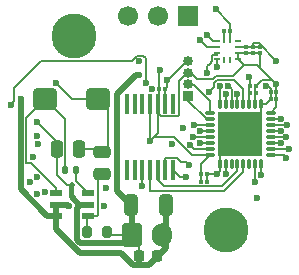
<source format=gbl>
G04 #@! TF.GenerationSoftware,KiCad,Pcbnew,9.0.4*
G04 #@! TF.CreationDate,2025-10-13T14:39:45-04:00*
G04 #@! TF.ProjectId,bldc motor controller,626c6463-206d-46f7-946f-7220636f6e74,rev?*
G04 #@! TF.SameCoordinates,Original*
G04 #@! TF.FileFunction,Copper,L6,Bot*
G04 #@! TF.FilePolarity,Positive*
%FSLAX46Y46*%
G04 Gerber Fmt 4.6, Leading zero omitted, Abs format (unit mm)*
G04 Created by KiCad (PCBNEW 9.0.4) date 2025-10-13 14:39:45*
%MOMM*%
%LPD*%
G01*
G04 APERTURE LIST*
G04 Aperture macros list*
%AMRoundRect*
0 Rectangle with rounded corners*
0 $1 Rounding radius*
0 $2 $3 $4 $5 $6 $7 $8 $9 X,Y pos of 4 corners*
0 Add a 4 corners polygon primitive as box body*
4,1,4,$2,$3,$4,$5,$6,$7,$8,$9,$2,$3,0*
0 Add four circle primitives for the rounded corners*
1,1,$1+$1,$2,$3*
1,1,$1+$1,$4,$5*
1,1,$1+$1,$6,$7*
1,1,$1+$1,$8,$9*
0 Add four rect primitives between the rounded corners*
20,1,$1+$1,$2,$3,$4,$5,0*
20,1,$1+$1,$4,$5,$6,$7,0*
20,1,$1+$1,$6,$7,$8,$9,0*
20,1,$1+$1,$8,$9,$2,$3,0*%
G04 Aperture macros list end*
G04 #@! TA.AperFunction,EtchedComponent*
%ADD10C,0.000000*%
G04 #@! TD*
G04 #@! TA.AperFunction,SMDPad,CuDef*
%ADD11C,0.500000*%
G04 #@! TD*
G04 #@! TA.AperFunction,ComponentPad*
%ADD12R,0.850000X0.850000*%
G04 #@! TD*
G04 #@! TA.AperFunction,ComponentPad*
%ADD13C,0.850000*%
G04 #@! TD*
G04 #@! TA.AperFunction,ComponentPad*
%ADD14RoundRect,0.250000X-0.600000X-0.750000X0.600000X-0.750000X0.600000X0.750000X-0.600000X0.750000X0*%
G04 #@! TD*
G04 #@! TA.AperFunction,ComponentPad*
%ADD15O,1.700000X2.000000*%
G04 #@! TD*
G04 #@! TA.AperFunction,ComponentPad*
%ADD16R,1.700000X1.700000*%
G04 #@! TD*
G04 #@! TA.AperFunction,ComponentPad*
%ADD17C,1.700000*%
G04 #@! TD*
G04 #@! TA.AperFunction,ComponentPad*
%ADD18C,3.800000*%
G04 #@! TD*
G04 #@! TA.AperFunction,SMDPad,CuDef*
%ADD19RoundRect,0.075000X-0.125000X-0.075000X0.125000X-0.075000X0.125000X0.075000X-0.125000X0.075000X0*%
G04 #@! TD*
G04 #@! TA.AperFunction,SMDPad,CuDef*
%ADD20RoundRect,0.225000X0.225000X0.250000X-0.225000X0.250000X-0.225000X-0.250000X0.225000X-0.250000X0*%
G04 #@! TD*
G04 #@! TA.AperFunction,SMDPad,CuDef*
%ADD21RoundRect,0.075000X0.125000X0.075000X-0.125000X0.075000X-0.125000X-0.075000X0.125000X-0.075000X0*%
G04 #@! TD*
G04 #@! TA.AperFunction,SMDPad,CuDef*
%ADD22RoundRect,0.075000X0.075000X-0.125000X0.075000X0.125000X-0.075000X0.125000X-0.075000X-0.125000X0*%
G04 #@! TD*
G04 #@! TA.AperFunction,SMDPad,CuDef*
%ADD23RoundRect,0.250000X-0.750000X-0.650000X0.750000X-0.650000X0.750000X0.650000X-0.750000X0.650000X0*%
G04 #@! TD*
G04 #@! TA.AperFunction,SMDPad,CuDef*
%ADD24R,0.500000X0.280000*%
G04 #@! TD*
G04 #@! TA.AperFunction,SMDPad,CuDef*
%ADD25R,0.280000X0.500000*%
G04 #@! TD*
G04 #@! TA.AperFunction,SMDPad,CuDef*
%ADD26R,0.400000X1.700000*%
G04 #@! TD*
G04 #@! TA.AperFunction,SMDPad,CuDef*
%ADD27O,0.900000X0.280000*%
G04 #@! TD*
G04 #@! TA.AperFunction,SMDPad,CuDef*
%ADD28O,0.280000X0.900000*%
G04 #@! TD*
G04 #@! TA.AperFunction,SMDPad,CuDef*
%ADD29R,3.700000X3.700000*%
G04 #@! TD*
G04 #@! TA.AperFunction,SMDPad,CuDef*
%ADD30R,1.100000X0.600000*%
G04 #@! TD*
G04 #@! TA.AperFunction,SMDPad,CuDef*
%ADD31RoundRect,0.200000X-0.200000X-0.275000X0.200000X-0.275000X0.200000X0.275000X-0.200000X0.275000X0*%
G04 #@! TD*
G04 #@! TA.AperFunction,SMDPad,CuDef*
%ADD32RoundRect,0.140000X-0.140000X-0.170000X0.140000X-0.170000X0.140000X0.170000X-0.140000X0.170000X0*%
G04 #@! TD*
G04 #@! TA.AperFunction,SMDPad,CuDef*
%ADD33RoundRect,0.250000X-0.475000X0.250000X-0.475000X-0.250000X0.475000X-0.250000X0.475000X0.250000X0*%
G04 #@! TD*
G04 #@! TA.AperFunction,SMDPad,CuDef*
%ADD34RoundRect,0.250000X0.250000X0.475000X-0.250000X0.475000X-0.250000X-0.475000X0.250000X-0.475000X0*%
G04 #@! TD*
G04 #@! TA.AperFunction,SMDPad,CuDef*
%ADD35RoundRect,0.250000X0.325000X0.650000X-0.325000X0.650000X-0.325000X-0.650000X0.325000X-0.650000X0*%
G04 #@! TD*
G04 #@! TA.AperFunction,ViaPad*
%ADD36C,0.600000*%
G04 #@! TD*
G04 #@! TA.AperFunction,Conductor*
%ADD37C,0.200000*%
G04 #@! TD*
G04 #@! TA.AperFunction,Conductor*
%ADD38C,0.500000*%
G04 #@! TD*
G04 APERTURE END LIST*
D10*
G04 #@! TA.AperFunction,EtchedComponent*
G04 #@! TO.C,NT1*
G36*
X136000000Y-93550000D02*
G01*
X135500000Y-93550000D01*
X135500000Y-92550000D01*
X136000000Y-92550000D01*
X136000000Y-93550000D01*
G37*
G04 #@! TD.AperFunction*
G04 #@! TD*
D11*
G04 #@! TO.P,NT1,1,1*
G04 #@! TO.N,-BATT*
X135750000Y-93550000D03*
G04 #@! TO.P,NT1,2,2*
G04 #@! TO.N,TI_AGND*
X135750000Y-92550000D03*
G04 #@! TD*
D12*
G04 #@! TO.P,J1,1,Pin_1*
G04 #@! TO.N,UART_TX*
X145600000Y-85000000D03*
D13*
G04 #@! TO.P,J1,2,Pin_2*
G04 #@! TO.N,UART_RX*
X145600000Y-84000000D03*
G04 #@! TO.P,J1,3,Pin_3*
G04 #@! TO.N,TI_VREF*
X145600000Y-83000000D03*
G04 #@! TO.P,J1,4,Pin_4*
G04 #@! TO.N,TI_AGND*
X145600000Y-82000000D03*
G04 #@! TD*
D14*
G04 #@! TO.P,-BAT+1,1,1*
G04 #@! TO.N,-BATT*
X140900000Y-96750000D03*
D15*
G04 #@! TO.P,-BAT+1,2,2*
G04 #@! TO.N,+BATT*
X143400000Y-96750000D03*
G04 #@! TD*
D16*
G04 #@! TO.P,U8,1,1*
G04 #@! TO.N,PHASE-A*
X145590000Y-78200000D03*
D17*
G04 #@! TO.P,U8,2,2*
G04 #@! TO.N,PHASE-B*
X143050000Y-78200000D03*
G04 #@! TO.P,U8,3,3*
G04 #@! TO.N,PHASE-C*
X140510000Y-78200000D03*
G04 #@! TD*
D18*
G04 #@! TO.P,M2,1*
G04 #@! TO.N,N/C*
X136000000Y-79900000D03*
G04 #@! TD*
G04 #@! TO.P,M2,1*
G04 #@! TO.N,N/C*
X148850000Y-96300000D03*
G04 #@! TD*
D19*
G04 #@! TO.P,C13,1*
G04 #@! TO.N,TI_AGND*
X150850000Y-84100000D03*
G04 #@! TO.P,C13,2*
G04 #@! TO.N,TI_VREF*
X151350000Y-84100000D03*
G04 #@! TD*
D20*
G04 #@! TO.P,C9,1*
G04 #@! TO.N,+BATT*
X142975000Y-98500000D03*
G04 #@! TO.P,C9,2*
G04 #@! TO.N,-BATT*
X141425000Y-98500000D03*
G04 #@! TD*
D21*
G04 #@! TO.P,C16,1*
G04 #@! TO.N,TI_AGND*
X147200000Y-91600000D03*
G04 #@! TO.P,C16,2*
G04 #@! TO.N,TI_VREF*
X146700000Y-91600000D03*
G04 #@! TD*
D19*
G04 #@! TO.P,C20,1*
G04 #@! TO.N,Net-(U6-C1)*
X148700000Y-79475000D03*
G04 #@! TO.P,C20,2*
G04 #@! TO.N,TI_AGND*
X149200000Y-79475000D03*
G04 #@! TD*
D22*
G04 #@! TO.P,C23,1*
G04 #@! TO.N,TI_VREF*
X151100000Y-81325000D03*
G04 #@! TO.P,C23,2*
G04 #@! TO.N,TI_AGND*
X151100000Y-80825000D03*
G04 #@! TD*
D23*
G04 #@! TO.P,L1,1,1*
G04 #@! TO.N,Net-(U4-SW)*
X133500000Y-85250000D03*
G04 #@! TO.P,L1,2,2*
G04 #@! TO.N,TI_VREF*
X138000000Y-85250000D03*
G04 #@! TD*
D24*
G04 #@! TO.P,U6,1,SCL/SPC*
G04 #@! TO.N,SCL1*
X148075000Y-81825000D03*
G04 #@! TO.P,U6,2,CS_XL*
G04 #@! TO.N,ENAB_XL*
X148075000Y-81325000D03*
G04 #@! TO.P,U6,3,CS_MAG*
G04 #@! TO.N,ENAB_MAG*
X148075000Y-80825000D03*
G04 #@! TO.P,U6,4,SDA/SDI/SDO*
G04 #@! TO.N,SDA1*
X148075000Y-80325000D03*
D25*
G04 #@! TO.P,U6,5,C1*
G04 #@! TO.N,Net-(U6-C1)*
X148700000Y-80200000D03*
G04 #@! TO.P,U6,6,GND*
G04 #@! TO.N,TI_AGND*
X149200000Y-80200000D03*
D24*
G04 #@! TO.P,U6,7,INT_MAG/DRDY*
G04 #@! TO.N,unconnected-(U6-INT_MAG{slash}DRDY-Pad7)*
X149825000Y-80325000D03*
G04 #@! TO.P,U6,8,GND*
G04 #@! TO.N,TI_AGND*
X149825000Y-80825000D03*
G04 #@! TO.P,U6,9,Vdd*
G04 #@! TO.N,TI_VREF*
X149825000Y-81325000D03*
G04 #@! TO.P,U6,10,Vdd_IO*
X149825000Y-81825000D03*
D25*
G04 #@! TO.P,U6,11,INT_2_XL*
G04 #@! TO.N,unconnected-(U6-INT_2_XL-Pad11)*
X149200000Y-81950000D03*
G04 #@! TO.P,U6,12,INT_1_XL*
G04 #@! TO.N,unconnected-(U6-INT_1_XL-Pad12)*
X148700000Y-81950000D03*
G04 #@! TD*
D26*
G04 #@! TO.P,U5,1,CSn*
G04 #@! TO.N,NSS1*
X144350000Y-91250000D03*
G04 #@! TO.P,U5,2,CLK*
G04 #@! TO.N,SCK1*
X143700000Y-91250000D03*
G04 #@! TO.P,U5,3,MISO*
G04 #@! TO.N,MISO1*
X143050000Y-91250000D03*
G04 #@! TO.P,U5,4,MOSI*
G04 #@! TO.N,MOSI1*
X142400000Y-91250000D03*
G04 #@! TO.P,U5,5,TEST*
G04 #@! TO.N,TI_AGND*
X141750000Y-91250000D03*
G04 #@! TO.P,U5,6,B*
G04 #@! TO.N,unconnected-(U5-B-Pad6)*
X141100000Y-91250000D03*
G04 #@! TO.P,U5,7,A*
G04 #@! TO.N,unconnected-(U5-A-Pad7)*
X140450000Y-91250000D03*
G04 #@! TO.P,U5,8,W/PWM*
G04 #@! TO.N,unconnected-(U5-W{slash}PWM-Pad8)*
X140450000Y-85650000D03*
G04 #@! TO.P,U5,9,V*
G04 #@! TO.N,unconnected-(U5-V-Pad9)*
X141100000Y-85650000D03*
G04 #@! TO.P,U5,10,U*
G04 #@! TO.N,unconnected-(U5-U-Pad10)*
X141750000Y-85650000D03*
G04 #@! TO.P,U5,11,VDD*
G04 #@! TO.N,TI_VREF*
X142400000Y-85650000D03*
G04 #@! TO.P,U5,12,VDD3V*
X143050000Y-85650000D03*
G04 #@! TO.P,U5,13,GND*
G04 #@! TO.N,TI_AGND*
X143700000Y-85650000D03*
G04 #@! TO.P,U5,14,I/PWM*
G04 #@! TO.N,unconnected-(U5-I{slash}PWM-Pad14)*
X144350000Y-85650000D03*
G04 #@! TD*
D21*
G04 #@! TO.P,C17,1*
G04 #@! TO.N,TI_AGND*
X147200000Y-92250000D03*
G04 #@! TO.P,C17,2*
G04 #@! TO.N,TI_VREF*
X146700000Y-92250000D03*
G04 #@! TD*
D19*
G04 #@! TO.P,C14,1*
G04 #@! TO.N,TI_AGND*
X152600000Y-85250000D03*
G04 #@! TO.P,C14,2*
G04 #@! TO.N,TI_VREF*
X153100000Y-85250000D03*
G04 #@! TD*
D22*
G04 #@! TO.P,C21,1*
G04 #@! TO.N,TI_VREF*
X151700000Y-81325000D03*
G04 #@! TO.P,C21,2*
G04 #@! TO.N,TI_AGND*
X151700000Y-80825000D03*
G04 #@! TD*
D27*
G04 #@! TO.P,U3,1,VDD*
G04 #@! TO.N,TI_VREF*
X147499995Y-89950000D03*
G04 #@! TO.P,U3,2,PF0-OSC_IN*
G04 #@! TO.N,TIM1_CH3N*
X147499995Y-89450000D03*
G04 #@! TO.P,U3,3,PF1-OSC_OUT*
G04 #@! TO.N,TI_FAULT*
X147499995Y-88950000D03*
G04 #@! TO.P,U3,4,PG10-NRST*
G04 #@! TO.N,Reset*
X147499995Y-88450000D03*
G04 #@! TO.P,U3,5,PA0*
G04 #@! TO.N,SOA*
X147499995Y-87950000D03*
G04 #@! TO.P,U3,6,PA1*
G04 #@! TO.N,SOB*
X147499995Y-87450000D03*
G04 #@! TO.P,U3,7,PA2*
G04 #@! TO.N,UART_TX*
X147499995Y-86950000D03*
G04 #@! TO.P,U3,8,PA3*
G04 #@! TO.N,UART_RX*
X147499995Y-86450000D03*
D28*
G04 #@! TO.P,U3,9,PA4*
G04 #@! TO.N,NSS1*
X148299995Y-85650000D03*
G04 #@! TO.P,U3,10,PA5*
G04 #@! TO.N,SCK1*
X148799995Y-85650000D03*
G04 #@! TO.P,U3,11,PA6*
G04 #@! TO.N,SOC*
X149299995Y-85650000D03*
G04 #@! TO.P,U3,12,PA7*
G04 #@! TO.N,TIM1_CH1N*
X149799995Y-85650000D03*
G04 #@! TO.P,U3,13,PB0*
G04 #@! TO.N,TIM1_CH2N*
X150299995Y-85650000D03*
G04 #@! TO.P,U3,14,VSSA*
G04 #@! TO.N,TI_AGND*
X150799995Y-85650000D03*
G04 #@! TO.P,U3,15,VDDA*
G04 #@! TO.N,TI_VREF*
X151299995Y-85650000D03*
G04 #@! TO.P,U3,16,VSS*
G04 #@! TO.N,TI_AGND*
X151799995Y-85650000D03*
D27*
G04 #@! TO.P,U3,17,VDD*
G04 #@! TO.N,TI_VREF*
X152599995Y-86450000D03*
G04 #@! TO.P,U3,18,PA8*
G04 #@! TO.N,TIM1_CH1*
X152599995Y-86950000D03*
G04 #@! TO.P,U3,19,PA9*
G04 #@! TO.N,TIM1_CH2*
X152599995Y-87450000D03*
G04 #@! TO.P,U3,20,PA10*
G04 #@! TO.N,TIM1_CH3*
X152599995Y-87950000D03*
G04 #@! TO.P,U3,21,PA11*
G04 #@! TO.N,CAN_RX*
X152599995Y-88450000D03*
G04 #@! TO.P,U3,22,PA12*
G04 #@! TO.N,CAN_TX*
X152599995Y-88950000D03*
G04 #@! TO.P,U3,23,PA13*
G04 #@! TO.N,SCL1*
X152599995Y-89450000D03*
G04 #@! TO.P,U3,24,PA14*
G04 #@! TO.N,SDA1*
X152599995Y-89950000D03*
D28*
G04 #@! TO.P,U3,25,PA15*
G04 #@! TO.N,ENAB_MAG*
X151799995Y-90750000D03*
G04 #@! TO.P,U3,26,PB3*
G04 #@! TO.N,ENAB_XL*
X151299995Y-90750000D03*
G04 #@! TO.P,U3,27,PB4*
G04 #@! TO.N,unconnected-(U3-PB4-Pad27)*
X150799995Y-90750000D03*
G04 #@! TO.P,U3,28,PB5*
G04 #@! TO.N,MOSI1*
X150299995Y-90750000D03*
G04 #@! TO.P,U3,29,PB6*
G04 #@! TO.N,MISO1*
X149799995Y-90750000D03*
G04 #@! TO.P,U3,30,PB7*
G04 #@! TO.N,unconnected-(U3-PB7-Pad30)*
X149299995Y-90750000D03*
G04 #@! TO.P,U3,31,PB8-BOOT0*
G04 #@! TO.N,BOOT0*
X148799995Y-90750000D03*
G04 #@! TO.P,U3,32,VSS*
G04 #@! TO.N,TI_AGND*
X148299995Y-90750000D03*
D29*
G04 #@! TO.P,U3,33,EP*
X150049995Y-88200000D03*
G04 #@! TD*
D30*
G04 #@! TO.P,U4,1,CB*
G04 #@! TO.N,Net-(U4-CB)*
X137150000Y-93214000D03*
G04 #@! TO.P,U4,2,GND*
G04 #@! TO.N,-BATT*
X137150000Y-94164000D03*
G04 #@! TO.P,U4,3,FB*
G04 #@! TO.N,Net-(U4-FB)*
X137150000Y-95114000D03*
G04 #@! TO.P,U4,4,EN*
G04 #@! TO.N,+BATT*
X134450000Y-95114000D03*
G04 #@! TO.P,U4,5,VIN*
X134450000Y-94164000D03*
G04 #@! TO.P,U4,6,SW*
G04 #@! TO.N,Net-(U4-SW)*
X134450000Y-93214000D03*
G04 #@! TD*
D31*
G04 #@! TO.P,R6,1*
G04 #@! TO.N,Net-(U4-FB)*
X137075000Y-96450000D03*
G04 #@! TO.P,R6,2*
G04 #@! TO.N,-BATT*
X138725000Y-96450000D03*
G04 #@! TD*
D22*
G04 #@! TO.P,C22,1*
G04 #@! TO.N,TI_VREF*
X150500000Y-81325000D03*
G04 #@! TO.P,C22,2*
G04 #@! TO.N,TI_AGND*
X150500000Y-80825000D03*
G04 #@! TD*
D32*
G04 #@! TO.P,C11,1*
G04 #@! TO.N,Net-(U4-SW)*
X135170000Y-91200000D03*
G04 #@! TO.P,C11,2*
G04 #@! TO.N,Net-(U4-CB)*
X136130000Y-91200000D03*
G04 #@! TD*
D19*
G04 #@! TO.P,C12,1*
G04 #@! TO.N,TI_AGND*
X150850000Y-84750000D03*
G04 #@! TO.P,C12,2*
G04 #@! TO.N,TI_VREF*
X151350000Y-84750000D03*
G04 #@! TD*
G04 #@! TO.P,C19,1*
G04 #@! TO.N,TI_VREF*
X143150000Y-84400000D03*
G04 #@! TO.P,C19,2*
G04 #@! TO.N,TI_AGND*
X143650000Y-84400000D03*
G04 #@! TD*
D33*
G04 #@! TO.P,R1,1*
G04 #@! TO.N,TI_VREF*
X138300000Y-89700000D03*
G04 #@! TO.P,R1,2*
G04 #@! TO.N,Net-(U4-FB)*
X138300000Y-91600000D03*
G04 #@! TD*
D19*
G04 #@! TO.P,C15,1*
G04 #@! TO.N,TI_AGND*
X152600000Y-84650000D03*
G04 #@! TO.P,C15,2*
G04 #@! TO.N,TI_VREF*
X153100000Y-84650000D03*
G04 #@! TD*
D34*
G04 #@! TO.P,C2,1*
G04 #@! TO.N,TI_VREF*
X136400000Y-89500000D03*
G04 #@! TO.P,C2,2*
G04 #@! TO.N,TI_AGND*
X134500000Y-89500000D03*
G04 #@! TD*
D35*
G04 #@! TO.P,C1,1*
G04 #@! TO.N,+BATT*
X143725000Y-94200000D03*
G04 #@! TO.P,C1,2*
G04 #@! TO.N,-BATT*
X140775000Y-94200000D03*
G04 #@! TD*
D36*
G04 #@! TO.N,+BATT*
X135500000Y-94300000D03*
X141500000Y-82050000D03*
X131446446Y-85196446D03*
G04 #@! TO.N,TI_AGND*
X141746088Y-92560334D03*
X148050000Y-91550000D03*
X153100000Y-82000000D03*
X132950000Y-89050000D03*
X143829103Y-83630224D03*
X152178554Y-84099000D03*
X150800000Y-83400000D03*
X145200000Y-87650000D03*
X132850000Y-87200000D03*
X148000000Y-77650000D03*
G04 #@! TO.N,TI_VREF*
X142393614Y-88799279D03*
X143200000Y-82750000D03*
X153100000Y-84000000D03*
X151450000Y-93600000D03*
X134450000Y-83900000D03*
G04 #@! TO.N,I-LIMIT*
X142550000Y-84399998D03*
X132850000Y-88350000D03*
G04 #@! TO.N,TI_AVDD*
X142055022Y-83905023D03*
X130600000Y-85700000D03*
G04 #@! TO.N,Reset*
X146050000Y-88450000D03*
G04 #@! TO.N,SOA*
X146650000Y-87950000D03*
G04 #@! TO.N,SOB*
X146155099Y-87454948D03*
G04 #@! TO.N,SOC*
X148999991Y-84103030D03*
X144250000Y-89000000D03*
G04 #@! TO.N,BOOT0*
X148799995Y-91600000D03*
G04 #@! TO.N,TIM1_CH1N*
X132250000Y-92286454D03*
X149799995Y-84800000D03*
G04 #@! TO.N,TIM1_CH1*
X132842186Y-91857815D03*
X153450000Y-86950000D03*
G04 #@! TO.N,TI_FAULT*
X146650000Y-88950000D03*
X132500000Y-90100000D03*
G04 #@! TO.N,TIM1_CH3*
X153450000Y-87950000D03*
X138500000Y-94300000D03*
G04 #@! TO.N,TIM1_CH3N*
X145824293Y-89125707D03*
X138648055Y-92740948D03*
G04 #@! TO.N,TIM1_CH2N*
X147428554Y-84621446D03*
X132800000Y-93300000D03*
G04 #@! TO.N,TIM1_CH2*
X154000000Y-87450000D03*
X133499999Y-93108259D03*
G04 #@! TO.N,SDA1*
X147250000Y-79850000D03*
X153950000Y-90200000D03*
G04 #@! TO.N,NSS1*
X148299995Y-84100000D03*
X145450000Y-91801000D03*
G04 #@! TO.N,SCL1*
X148100000Y-82550000D03*
X154150000Y-89450000D03*
G04 #@! TO.N,ENAB_XL*
X147200000Y-83000000D03*
X151299995Y-92249995D03*
G04 #@! TO.N,SCK1*
X148799995Y-84800000D03*
X145700000Y-90800000D03*
G04 #@! TO.N,CAN_RX*
X153950000Y-88450000D03*
G04 #@! TO.N,ENAB_MAG*
X146659435Y-80225814D03*
X151799995Y-91649995D03*
G04 #@! TO.N,CAN_TX*
X153450000Y-88950000D03*
G04 #@! TO.N,-BATT*
X141500000Y-83200000D03*
G04 #@! TD*
D37*
G04 #@! TO.N,TI_AGND*
X135750000Y-92550000D02*
X135396447Y-92550000D01*
X135396447Y-92550000D02*
X134500000Y-91653553D01*
X134500000Y-91653553D02*
X134500000Y-89500000D01*
D38*
G04 #@! TO.N,-BATT*
X137150000Y-94164000D02*
X136364000Y-94164000D01*
X136364000Y-94164000D02*
X135750000Y-93550000D01*
X141500000Y-83200000D02*
X141199947Y-83200013D01*
X141199947Y-83200013D02*
X139599999Y-84799942D01*
X139599999Y-84799942D02*
X139599979Y-93025008D01*
X139599979Y-93025008D02*
X140900000Y-94325029D01*
X140900000Y-94325029D02*
X140900000Y-96150000D01*
D37*
X140849987Y-96750000D02*
X139025000Y-96750000D01*
X139025000Y-96750000D02*
X138825000Y-96550000D01*
D38*
X136500004Y-97449990D02*
X136250010Y-97199995D01*
X140900000Y-96750000D02*
X140200010Y-97449990D01*
X140200010Y-97449990D02*
X136500004Y-97449990D01*
X136548000Y-94164001D02*
X137150000Y-94164000D01*
X136250010Y-97199995D02*
X136249993Y-94461997D01*
X136249993Y-94461997D02*
X136548000Y-94164001D01*
D37*
G04 #@! TO.N,TI_AGND*
X143829103Y-83630224D02*
X143919768Y-83630207D01*
X143919768Y-83630207D02*
X145549975Y-82000000D01*
G04 #@! TO.N,TI_VREF*
X150350000Y-82350000D02*
X149401999Y-83298000D01*
X149401999Y-83298000D02*
X147967791Y-83297988D01*
X144873981Y-83675992D02*
X144873989Y-86577995D01*
X143050000Y-85975000D02*
X143050017Y-88142900D01*
X144750995Y-86700989D02*
X143299000Y-86700999D01*
X147967791Y-83297988D02*
X147765802Y-83500016D01*
X147765802Y-83500016D02*
X146400016Y-83500016D01*
X146400016Y-83500016D02*
X145900000Y-83000000D01*
X144873989Y-86577995D02*
X144750995Y-86700989D01*
X145500000Y-83049997D02*
X144873981Y-83675992D01*
X143299000Y-86700999D02*
X143050000Y-86451999D01*
X143050017Y-88142900D02*
X142393614Y-88799279D01*
X143050000Y-86451999D02*
X143050000Y-85975000D01*
G04 #@! TO.N,UART_TX*
X147189995Y-86950000D02*
X145600000Y-85360005D01*
X145600000Y-85360005D02*
X145600000Y-85000000D01*
G04 #@! TO.N,Net-(U4-SW)*
X134450000Y-93214000D02*
X134450000Y-92757108D01*
X134450000Y-92757108D02*
X132354332Y-90661440D01*
X132354332Y-90661440D02*
X131897459Y-90661440D01*
X135200000Y-91170000D02*
X135200000Y-86950000D01*
X135200000Y-86950000D02*
X133500000Y-85250000D01*
G04 #@! TO.N,TI_VREF*
X138000000Y-85250000D02*
X135800000Y-85250000D01*
X135800000Y-85250000D02*
X134450000Y-83900000D01*
G04 #@! TO.N,TI_AVDD*
X142042487Y-81793281D02*
X142042487Y-83892488D01*
X142042487Y-83892488D02*
X142055022Y-83905023D01*
G04 #@! TO.N,NSS1*
X148299995Y-84100000D02*
X148299995Y-85650000D01*
G04 #@! TO.N,TIM1_CH2N*
X150299995Y-85650000D02*
X150299995Y-84386065D01*
X150299995Y-84386065D02*
X149512926Y-83598996D01*
X149512926Y-83598996D02*
X148092473Y-83598999D01*
X147798977Y-84250998D02*
X147428554Y-84621446D01*
X148092473Y-83598999D02*
X147799015Y-83892487D01*
X147799015Y-83892487D02*
X147798977Y-84250998D01*
G04 #@! TO.N,NSS1*
X145450000Y-91801000D02*
X144901000Y-91801000D01*
X144901000Y-91801000D02*
X144350000Y-91250000D01*
G04 #@! TO.N,SCK1*
X143700500Y-90199500D02*
X143700999Y-90198998D01*
X143701707Y-90199000D02*
X143700999Y-90198998D01*
X143700000Y-90200707D02*
X143700001Y-90200000D01*
X143700500Y-90199500D02*
X143700001Y-90200000D01*
G04 #@! TO.N,ENAB_XL*
X147437000Y-82234268D02*
X147623990Y-82047264D01*
G04 #@! TO.N,MISO1*
X143050000Y-92051999D02*
X143599000Y-92600999D01*
G04 #@! TO.N,SOB*
X146163545Y-87450000D02*
X146160039Y-87449982D01*
G04 #@! TO.N,TI_AVDD*
X141798190Y-81549006D02*
X142042487Y-81793281D01*
G04 #@! TO.N,TI_VREF*
X142400000Y-88788377D02*
X142399994Y-88792890D01*
X142396807Y-88796086D02*
X142399994Y-88792890D01*
X149824985Y-81825005D02*
X149825000Y-81325001D01*
X143150000Y-82835355D02*
X143149753Y-82822723D01*
X143146761Y-82810447D02*
X143149753Y-82822723D01*
G04 #@! TO.N,TI_AGND*
X141748044Y-92301956D02*
X141746098Y-92303916D01*
X141746088Y-92306678D02*
X141746098Y-92303916D01*
X151100000Y-80525000D02*
X151100000Y-80824999D01*
X151100000Y-80525000D02*
X151100001Y-80825000D01*
X141750000Y-92297233D02*
X141750003Y-92300001D01*
X141748044Y-92301956D02*
X141750003Y-92300001D01*
X152199993Y-85649983D02*
X151799999Y-85650003D01*
D38*
G04 #@! TO.N,+BATT*
X140955180Y-99325995D02*
X142273992Y-99325984D01*
X131446433Y-92867105D02*
X131446446Y-85196446D01*
X135363994Y-94164014D02*
X134450000Y-94164001D01*
X134266000Y-95114000D02*
X134082000Y-95114000D01*
X143725000Y-97031250D02*
X143724986Y-97874994D01*
X143725000Y-96281250D02*
X143725000Y-96000000D01*
X139929180Y-98299995D02*
X140955180Y-99325995D01*
X135500000Y-94300000D02*
X135363994Y-94164014D01*
X142273992Y-99325984D02*
X143724986Y-97874994D01*
X133693351Y-95113988D02*
X134266000Y-95114000D01*
X143725000Y-95250000D02*
X143725000Y-96000000D01*
X131446433Y-92867105D02*
X133693351Y-95113988D01*
X143725000Y-95250000D02*
X143725000Y-94200000D01*
X139929180Y-98299995D02*
X136500058Y-98299999D01*
X134449993Y-96249944D02*
X136500058Y-98299999D01*
X134449993Y-96249944D02*
X134450000Y-94164001D01*
D37*
G04 #@! TO.N,TI_AGND*
X151100000Y-80824999D02*
X150687500Y-80825000D01*
X152600000Y-84699263D02*
X152600000Y-84779104D01*
X143829103Y-83630224D02*
X143829101Y-84220896D01*
X151799999Y-85650003D02*
X151799995Y-86450000D01*
X151100000Y-80824999D02*
X151700000Y-80825000D01*
X148299995Y-90015624D02*
X148299995Y-89950000D01*
X148299995Y-91110952D02*
X148299982Y-91299999D01*
X150153125Y-80825000D02*
X150462500Y-80825000D01*
X148299995Y-90212498D02*
X148299995Y-90146873D01*
X143700000Y-85650000D02*
X143700000Y-84450000D01*
X141746088Y-92306678D02*
X141746088Y-92560334D01*
X153100000Y-82000000D02*
X151625003Y-80524991D01*
X150799995Y-85650000D02*
X150799995Y-84150005D01*
X152600000Y-84350000D02*
X152375004Y-84124992D01*
X150153125Y-80825000D02*
X150059375Y-80825000D01*
X148299995Y-91086394D02*
X148299995Y-91110952D01*
X152600000Y-84350000D02*
X152600000Y-84566421D01*
X151100000Y-80525000D02*
X151625003Y-80524991D01*
X148299995Y-90015624D02*
X148299995Y-90146873D01*
X150800000Y-83400000D02*
X150849981Y-83450008D01*
X150687500Y-80825000D02*
X150462500Y-80825000D01*
X148299995Y-90212498D02*
X148299995Y-90474996D01*
X152600000Y-84862682D02*
X152600000Y-84946262D01*
X152600000Y-84779104D02*
X152600000Y-84820893D01*
X149199998Y-78850000D02*
X149200000Y-80200000D01*
X148050000Y-91550000D02*
X148299982Y-91299999D01*
X141750000Y-92297233D02*
X141750000Y-91250000D01*
X150059375Y-80825000D02*
X149965625Y-80825000D01*
X150849981Y-83450008D02*
X150850000Y-84100000D01*
X152204548Y-84125017D02*
X152375004Y-84124992D01*
X143829101Y-84220896D02*
X143650000Y-84400000D01*
X152600000Y-84820893D02*
X152600000Y-84862682D01*
X147225000Y-91575000D02*
X147200000Y-92250000D01*
X132850000Y-87200000D02*
X134500005Y-88849998D01*
X148050000Y-91550000D02*
X147225000Y-91575000D01*
X152599970Y-85249987D02*
X152199993Y-85649983D01*
X152600000Y-84566421D02*
X152600000Y-84699263D01*
X152204548Y-84125017D02*
X152178554Y-84099000D01*
X152599970Y-85249987D02*
X152600000Y-84946262D01*
X149199998Y-78850000D02*
X148000000Y-77650000D01*
X134500005Y-88849998D02*
X134500000Y-89500000D01*
G04 #@! TO.N,TI_VREF*
X146700000Y-91600000D02*
X146700000Y-92006250D01*
X153099989Y-85949990D02*
X152599995Y-86450000D01*
X151550000Y-81325000D02*
X151587500Y-81325000D01*
X146700000Y-92006250D02*
X146700000Y-92168750D01*
X138799929Y-86049942D02*
X138012576Y-85262576D01*
X146700002Y-90749995D02*
X147499995Y-89950000D01*
X153099989Y-85949990D02*
X153100000Y-85556248D01*
X151250000Y-81325000D02*
X151550000Y-81325000D01*
X151250000Y-81325000D02*
X151100000Y-81325000D01*
X151299995Y-85650000D02*
X151299995Y-84150005D01*
X147180000Y-89950000D02*
X145941472Y-89950016D01*
X150153125Y-81325000D02*
X150296875Y-81325000D01*
X153100000Y-85249999D02*
X153100000Y-84775000D01*
X153100000Y-84400000D02*
X153100000Y-84525000D01*
X151450001Y-82349995D02*
X152800000Y-83700000D01*
X143200000Y-82750000D02*
X143199998Y-82757207D01*
X153100000Y-85443751D02*
X153100000Y-85475003D01*
X142742895Y-88450004D02*
X142393614Y-88799279D01*
X153100000Y-84650000D02*
X153100000Y-84775000D01*
X151100000Y-81325000D02*
X150950000Y-81325000D01*
X150350000Y-82350000D02*
X151450001Y-82349995D01*
X144441481Y-88449993D02*
X145941472Y-89950016D01*
X151851007Y-83599017D02*
X152699004Y-83598988D01*
X138799927Y-89200057D02*
X138300000Y-89700000D01*
X153100000Y-85331249D02*
X153100000Y-85443751D01*
X151700000Y-82600000D02*
X153100000Y-84000000D01*
X153100000Y-84525000D02*
X153100000Y-84650000D01*
X146700000Y-92168750D02*
X146700000Y-92250000D01*
X150500000Y-81325000D02*
X150409375Y-81325000D01*
X150121875Y-81325000D02*
X150090625Y-81325000D01*
X138799929Y-86049942D02*
X138799927Y-89200057D01*
X144441481Y-88449993D02*
X142742895Y-88450004D01*
X153100000Y-85249999D02*
X153100000Y-85331249D01*
X150353125Y-81325000D02*
X150296875Y-81325000D01*
X150121875Y-81325000D02*
X150153125Y-81325000D01*
X150737500Y-81325000D02*
X150950000Y-81325000D01*
X142400000Y-85650001D02*
X142400000Y-88788377D01*
X151662500Y-81325000D02*
X151587500Y-81325000D01*
X151700000Y-81325000D02*
X151700000Y-82600000D01*
X150737500Y-81325000D02*
X150500000Y-81325000D01*
X151851007Y-83599017D02*
X151350000Y-84100000D01*
X150350000Y-82350000D02*
X149824985Y-81825005D01*
X143146761Y-82810447D02*
X143199998Y-82757207D01*
X149825000Y-81325001D02*
X150090625Y-81325000D01*
X143150000Y-82835355D02*
X143150000Y-85550000D01*
X142396807Y-88796086D02*
X142393614Y-88799279D01*
X150409375Y-81325000D02*
X150353125Y-81325000D01*
X153100000Y-85556248D02*
X153100000Y-85475003D01*
X146700000Y-91375002D02*
X146700000Y-91600000D01*
X136400000Y-89500000D02*
X138100000Y-89500000D01*
X146700000Y-91375002D02*
X146700002Y-90749995D01*
X153100000Y-84400000D02*
X153100000Y-84131250D01*
G04 #@! TO.N,TI_AVDD*
X130900000Y-85399999D02*
X130600000Y-85700000D01*
X141292477Y-81548995D02*
X141798190Y-81549006D01*
X130900011Y-84262195D02*
X130900000Y-85399999D01*
X141292477Y-81548995D02*
X140841483Y-82000011D01*
X133162190Y-82000001D02*
X140841483Y-82000011D01*
X130900011Y-84262195D02*
X133162190Y-82000001D01*
G04 #@! TO.N,Net-(U4-SW)*
X131897459Y-90661440D02*
X131897463Y-86852561D01*
X131897463Y-86852561D02*
X133500000Y-85250000D01*
G04 #@! TO.N,Net-(U4-CB)*
X136130001Y-92193999D02*
X137150000Y-93214000D01*
X136130001Y-92193999D02*
X136130000Y-91200000D01*
G04 #@! TO.N,Net-(U6-C1)*
X148700000Y-79575000D02*
X148700000Y-80200000D01*
G04 #@! TO.N,Reset*
X146050000Y-88450000D02*
X147499995Y-88450000D01*
G04 #@! TO.N,Net-(U4-FB)*
X137075000Y-96450000D02*
X137075000Y-95189000D01*
G04 #@! TO.N,SOA*
X146650000Y-87950000D02*
X147499995Y-87950000D01*
G04 #@! TO.N,SOB*
X146163545Y-87450000D02*
X147499995Y-87450000D01*
X146160039Y-87449982D02*
X146155099Y-87454948D01*
G04 #@! TO.N,SOC*
X148999991Y-84103030D02*
X149300016Y-84403025D01*
X149300016Y-84403025D02*
X149299995Y-85650000D01*
G04 #@! TO.N,BOOT0*
X148799995Y-91600000D02*
X148799995Y-90750000D01*
G04 #@! TO.N,TIM1_CH1N*
X149799995Y-84800000D02*
X149799995Y-85650000D01*
G04 #@! TO.N,TIM1_CH1*
X153450000Y-86950000D02*
X152599995Y-86950000D01*
G04 #@! TO.N,TI_FAULT*
X146650000Y-88950000D02*
X147499995Y-88950000D01*
G04 #@! TO.N,TIM1_CH3*
X153450000Y-87950000D02*
X152599995Y-87950000D01*
G04 #@! TO.N,TIM1_CH3N*
X146148586Y-89449997D02*
X147499995Y-89450000D01*
X145824293Y-89125707D02*
X146148586Y-89449997D01*
G04 #@! TO.N,TIM1_CH2*
X154000000Y-87450000D02*
X152599995Y-87450000D01*
G04 #@! TO.N,UART_RX*
X146150001Y-84049995D02*
X147499993Y-85399996D01*
X146150001Y-84049995D02*
X145500000Y-84050000D01*
X147499993Y-85399996D02*
X147499995Y-86450000D01*
G04 #@! TO.N,MOSI1*
X148699994Y-92999986D02*
X142400001Y-92999999D01*
X150300004Y-91400008D02*
X148699994Y-92999986D01*
X150300004Y-91400008D02*
X150299995Y-90750000D01*
X142400001Y-92999999D02*
X142400000Y-91250000D01*
G04 #@! TO.N,SDA1*
X153699999Y-89950000D02*
X152599995Y-89950000D01*
X147725002Y-80324996D02*
X148075000Y-80325000D01*
X147725002Y-80324996D02*
X147250000Y-79850000D01*
X153699999Y-89950000D02*
X153950000Y-90200000D01*
G04 #@! TO.N,SCL1*
X154150000Y-89450000D02*
X152599995Y-89450000D01*
X148075000Y-82524999D02*
X148075000Y-81825000D01*
X148100000Y-82550000D02*
X148075000Y-82524999D01*
G04 #@! TO.N,MISO1*
X143050000Y-92051999D02*
X143050000Y-91250000D01*
X143599000Y-92600999D02*
X148507514Y-92600997D01*
X149800011Y-91308527D02*
X148507514Y-92600997D01*
X149800011Y-91308527D02*
X149799995Y-90750000D01*
G04 #@! TO.N,ENAB_XL*
X147200000Y-83000000D02*
X147249981Y-82949992D01*
X147624000Y-81484001D02*
X147623990Y-82047264D01*
X148075000Y-81483999D02*
X148075000Y-81325000D01*
X147249986Y-82421263D02*
X147437000Y-82234268D01*
X147249981Y-82949992D02*
X147249986Y-82421263D01*
X151299995Y-90750000D02*
X151299995Y-92050000D01*
X147624000Y-81484001D02*
X148075000Y-81483999D01*
G04 #@! TO.N,SCK1*
X148799995Y-84800000D02*
X148799995Y-85650000D01*
X143700000Y-90200707D02*
X143700000Y-91250000D01*
X145000000Y-90550000D02*
X144648998Y-90199003D01*
X145000000Y-90550000D02*
X145449995Y-90550010D01*
X145700000Y-90800000D02*
X145449995Y-90550010D01*
X144648998Y-90199003D02*
X143701707Y-90199000D01*
G04 #@! TO.N,CAN_RX*
X153950000Y-88450000D02*
X152599995Y-88450000D01*
G04 #@! TO.N,ENAB_MAG*
X151799995Y-91649995D02*
X151799995Y-90750000D01*
X147258627Y-80824984D02*
X148075000Y-80825000D01*
X146659435Y-80225814D02*
X147258627Y-80824984D01*
G04 #@! TO.N,CAN_TX*
X153450000Y-88950000D02*
X152599995Y-88950000D01*
G04 #@! TO.N,-BATT*
X141425000Y-98500000D02*
X141425000Y-96925000D01*
G04 #@! TO.N,Net-(U4-FB)*
X137900001Y-95114004D02*
X137150000Y-95114000D01*
X137900001Y-95114004D02*
X138000004Y-95014001D01*
X138000004Y-95014001D02*
X138000000Y-91900000D01*
G04 #@! TD*
M02*

</source>
